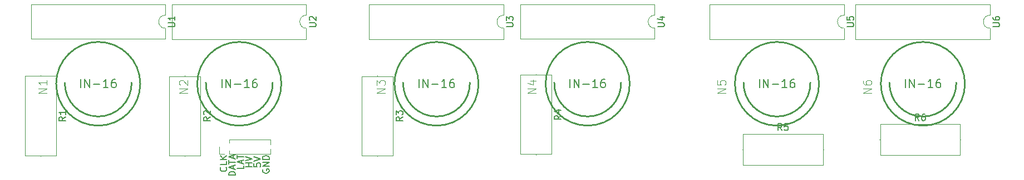
<source format=gbr>
%TF.GenerationSoftware,KiCad,Pcbnew,(6.0.6)*%
%TF.CreationDate,2023-12-25T11:13:00+01:00*%
%TF.ProjectId,nixieClockPCB,6e697869-6543-46c6-9f63-6b5043422e6b,rev?*%
%TF.SameCoordinates,Original*%
%TF.FileFunction,Legend,Top*%
%TF.FilePolarity,Positive*%
%FSLAX46Y46*%
G04 Gerber Fmt 4.6, Leading zero omitted, Abs format (unit mm)*
G04 Created by KiCad (PCBNEW (6.0.6)) date 2023-12-25 11:13:00*
%MOMM*%
%LPD*%
G01*
G04 APERTURE LIST*
%ADD10C,0.150000*%
%ADD11C,0.101600*%
%ADD12C,0.120000*%
%ADD13C,0.254000*%
G04 APERTURE END LIST*
D10*
X46907142Y-45545238D02*
X46954761Y-45592857D01*
X47002380Y-45735714D01*
X47002380Y-45830952D01*
X46954761Y-45973809D01*
X46859523Y-46069047D01*
X46764285Y-46116666D01*
X46573809Y-46164285D01*
X46430952Y-46164285D01*
X46240476Y-46116666D01*
X46145238Y-46069047D01*
X46050000Y-45973809D01*
X46002380Y-45830952D01*
X46002380Y-45735714D01*
X46050000Y-45592857D01*
X46097619Y-45545238D01*
X47002380Y-44640476D02*
X47002380Y-45116666D01*
X46002380Y-45116666D01*
X47002380Y-44307142D02*
X46002380Y-44307142D01*
X47002380Y-43735714D02*
X46430952Y-44164285D01*
X46002380Y-43735714D02*
X46573809Y-44307142D01*
X48302380Y-46750000D02*
X47302380Y-46750000D01*
X47302380Y-46511904D01*
X47350000Y-46369047D01*
X47445238Y-46273809D01*
X47540476Y-46226190D01*
X47730952Y-46178571D01*
X47873809Y-46178571D01*
X48064285Y-46226190D01*
X48159523Y-46273809D01*
X48254761Y-46369047D01*
X48302380Y-46511904D01*
X48302380Y-46750000D01*
X48016666Y-45797619D02*
X48016666Y-45321428D01*
X48302380Y-45892857D02*
X47302380Y-45559523D01*
X48302380Y-45226190D01*
X47302380Y-45035714D02*
X47302380Y-44464285D01*
X48302380Y-44750000D02*
X47302380Y-44750000D01*
X48016666Y-44178571D02*
X48016666Y-43702380D01*
X48302380Y-44273809D02*
X47302380Y-43940476D01*
X48302380Y-43607142D01*
X49552380Y-45250000D02*
X49552380Y-45726190D01*
X48552380Y-45726190D01*
X49266666Y-44964285D02*
X49266666Y-44488095D01*
X49552380Y-45059523D02*
X48552380Y-44726190D01*
X49552380Y-44392857D01*
X48552380Y-44202380D02*
X48552380Y-43630952D01*
X49552380Y-43916666D02*
X48552380Y-43916666D01*
X52500000Y-45861904D02*
X52452380Y-45957142D01*
X52452380Y-46100000D01*
X52500000Y-46242857D01*
X52595238Y-46338095D01*
X52690476Y-46385714D01*
X52880952Y-46433333D01*
X53023809Y-46433333D01*
X53214285Y-46385714D01*
X53309523Y-46338095D01*
X53404761Y-46242857D01*
X53452380Y-46100000D01*
X53452380Y-46004761D01*
X53404761Y-45861904D01*
X53357142Y-45814285D01*
X53023809Y-45814285D01*
X53023809Y-46004761D01*
X53452380Y-45385714D02*
X52452380Y-45385714D01*
X53452380Y-44814285D01*
X52452380Y-44814285D01*
X53452380Y-44338095D02*
X52452380Y-44338095D01*
X52452380Y-44100000D01*
X52500000Y-43957142D01*
X52595238Y-43861904D01*
X52690476Y-43814285D01*
X52880952Y-43766666D01*
X53023809Y-43766666D01*
X53214285Y-43814285D01*
X53309523Y-43861904D01*
X53404761Y-43957142D01*
X53452380Y-44100000D01*
X53452380Y-44338095D01*
X51152380Y-44940476D02*
X51152380Y-45416666D01*
X51628571Y-45464285D01*
X51580952Y-45416666D01*
X51533333Y-45321428D01*
X51533333Y-45083333D01*
X51580952Y-44988095D01*
X51628571Y-44940476D01*
X51723809Y-44892857D01*
X51961904Y-44892857D01*
X52057142Y-44940476D01*
X52104761Y-44988095D01*
X52152380Y-45083333D01*
X52152380Y-45321428D01*
X52104761Y-45416666D01*
X52057142Y-45464285D01*
X51152380Y-44607142D02*
X52152380Y-44273809D01*
X51152380Y-43940476D01*
X50852380Y-45464285D02*
X49852380Y-45464285D01*
X50328571Y-45464285D02*
X50328571Y-44892857D01*
X50852380Y-44892857D02*
X49852380Y-44892857D01*
X49852380Y-44559523D02*
X50852380Y-44226190D01*
X49852380Y-43892857D01*
%TO.C,R2*%
X44472380Y-37866666D02*
X43996190Y-38200000D01*
X44472380Y-38438095D02*
X43472380Y-38438095D01*
X43472380Y-38057142D01*
X43520000Y-37961904D01*
X43567619Y-37914285D01*
X43662857Y-37866666D01*
X43805714Y-37866666D01*
X43900952Y-37914285D01*
X43948571Y-37961904D01*
X43996190Y-38057142D01*
X43996190Y-38438095D01*
X43567619Y-37485714D02*
X43520000Y-37438095D01*
X43472380Y-37342857D01*
X43472380Y-37104761D01*
X43520000Y-37009523D01*
X43567619Y-36961904D01*
X43662857Y-36914285D01*
X43758095Y-36914285D01*
X43900952Y-36961904D01*
X44472380Y-37533333D01*
X44472380Y-36914285D01*
%TO.C,R3*%
X73772380Y-37866666D02*
X73296190Y-38200000D01*
X73772380Y-38438095D02*
X72772380Y-38438095D01*
X72772380Y-38057142D01*
X72820000Y-37961904D01*
X72867619Y-37914285D01*
X72962857Y-37866666D01*
X73105714Y-37866666D01*
X73200952Y-37914285D01*
X73248571Y-37961904D01*
X73296190Y-38057142D01*
X73296190Y-38438095D01*
X72772380Y-37533333D02*
X72772380Y-36914285D01*
X73153333Y-37247619D01*
X73153333Y-37104761D01*
X73200952Y-37009523D01*
X73248571Y-36961904D01*
X73343809Y-36914285D01*
X73581904Y-36914285D01*
X73677142Y-36961904D01*
X73724761Y-37009523D01*
X73772380Y-37104761D01*
X73772380Y-37390476D01*
X73724761Y-37485714D01*
X73677142Y-37533333D01*
D11*
%TO.C,N6*%
X145072532Y-34217110D02*
X143802532Y-34217110D01*
X145072532Y-33491395D01*
X143802532Y-33491395D01*
X143802532Y-32342348D02*
X143802532Y-32584252D01*
X143863009Y-32705205D01*
X143923485Y-32765681D01*
X144104913Y-32886633D01*
X144346818Y-32947110D01*
X144830628Y-32947110D01*
X144951580Y-32886633D01*
X145012056Y-32826157D01*
X145072532Y-32705205D01*
X145072532Y-32463300D01*
X145012056Y-32342348D01*
X144951580Y-32281871D01*
X144830628Y-32221395D01*
X144528247Y-32221395D01*
X144407294Y-32281871D01*
X144346818Y-32342348D01*
X144286342Y-32463300D01*
X144286342Y-32705205D01*
X144346818Y-32826157D01*
X144407294Y-32886633D01*
X144528247Y-32947110D01*
D10*
X150249536Y-33349034D02*
X150249536Y-32079034D01*
X150854298Y-33349034D02*
X150854298Y-32079034D01*
X151580012Y-33349034D01*
X151580012Y-32079034D01*
X152184774Y-32865225D02*
X153152393Y-32865225D01*
X154422393Y-33349034D02*
X153696679Y-33349034D01*
X154059536Y-33349034D02*
X154059536Y-32079034D01*
X153938584Y-32260463D01*
X153817631Y-32381415D01*
X153696679Y-32441891D01*
X155510965Y-32079034D02*
X155269060Y-32079034D01*
X155148108Y-32139511D01*
X155087631Y-32199987D01*
X154966679Y-32381415D01*
X154906203Y-32623320D01*
X154906203Y-33107130D01*
X154966679Y-33228082D01*
X155027155Y-33288558D01*
X155148108Y-33349034D01*
X155390012Y-33349034D01*
X155510965Y-33288558D01*
X155571441Y-33228082D01*
X155631917Y-33107130D01*
X155631917Y-32804749D01*
X155571441Y-32683796D01*
X155510965Y-32623320D01*
X155390012Y-32562844D01*
X155148108Y-32562844D01*
X155027155Y-32623320D01*
X154966679Y-32683796D01*
X154906203Y-32804749D01*
%TO.C,U5*%
X141367869Y-24046415D02*
X142177393Y-24046415D01*
X142272631Y-23998796D01*
X142320250Y-23951177D01*
X142367869Y-23855939D01*
X142367869Y-23665463D01*
X142320250Y-23570225D01*
X142272631Y-23522606D01*
X142177393Y-23474987D01*
X141367869Y-23474987D01*
X141367869Y-22522606D02*
X141367869Y-22998796D01*
X141844060Y-23046415D01*
X141796441Y-22998796D01*
X141748822Y-22903558D01*
X141748822Y-22665463D01*
X141796441Y-22570225D01*
X141844060Y-22522606D01*
X141939298Y-22474987D01*
X142177393Y-22474987D01*
X142272631Y-22522606D01*
X142320250Y-22570225D01*
X142367869Y-22665463D01*
X142367869Y-22903558D01*
X142320250Y-22998796D01*
X142272631Y-23046415D01*
%TO.C,R4*%
X97872380Y-37636666D02*
X97396190Y-37970000D01*
X97872380Y-38208095D02*
X96872380Y-38208095D01*
X96872380Y-37827142D01*
X96920000Y-37731904D01*
X96967619Y-37684285D01*
X97062857Y-37636666D01*
X97205714Y-37636666D01*
X97300952Y-37684285D01*
X97348571Y-37731904D01*
X97396190Y-37827142D01*
X97396190Y-38208095D01*
X97205714Y-36779523D02*
X97872380Y-36779523D01*
X96824761Y-37017619D02*
X97539047Y-37255714D01*
X97539047Y-36636666D01*
D11*
%TO.C,N3*%
X71072532Y-34217110D02*
X69802532Y-34217110D01*
X71072532Y-33491395D01*
X69802532Y-33491395D01*
X69802532Y-33007586D02*
X69802532Y-32221395D01*
X70286342Y-32644729D01*
X70286342Y-32463300D01*
X70346818Y-32342348D01*
X70407294Y-32281871D01*
X70528247Y-32221395D01*
X70830628Y-32221395D01*
X70951580Y-32281871D01*
X71012056Y-32342348D01*
X71072532Y-32463300D01*
X71072532Y-32826157D01*
X71012056Y-32947110D01*
X70951580Y-33007586D01*
D10*
X76249536Y-33349034D02*
X76249536Y-32079034D01*
X76854298Y-33349034D02*
X76854298Y-32079034D01*
X77580012Y-33349034D01*
X77580012Y-32079034D01*
X78184774Y-32865225D02*
X79152393Y-32865225D01*
X80422393Y-33349034D02*
X79696679Y-33349034D01*
X80059536Y-33349034D02*
X80059536Y-32079034D01*
X79938584Y-32260463D01*
X79817631Y-32381415D01*
X79696679Y-32441891D01*
X81510965Y-32079034D02*
X81269060Y-32079034D01*
X81148108Y-32139511D01*
X81087631Y-32199987D01*
X80966679Y-32381415D01*
X80906203Y-32623320D01*
X80906203Y-33107130D01*
X80966679Y-33228082D01*
X81027155Y-33288558D01*
X81148108Y-33349034D01*
X81390012Y-33349034D01*
X81510965Y-33288558D01*
X81571441Y-33228082D01*
X81631917Y-33107130D01*
X81631917Y-32804749D01*
X81571441Y-32683796D01*
X81510965Y-32623320D01*
X81390012Y-32562844D01*
X81148108Y-32562844D01*
X81027155Y-32623320D01*
X80966679Y-32683796D01*
X80906203Y-32804749D01*
D11*
%TO.C,N4*%
X94072532Y-34212839D02*
X92802532Y-34212839D01*
X94072532Y-33487124D01*
X92802532Y-33487124D01*
X93225866Y-32338077D02*
X94072532Y-32338077D01*
X92742056Y-32640458D02*
X93649199Y-32942839D01*
X93649199Y-32156648D01*
D10*
X99249536Y-33344763D02*
X99249536Y-32074763D01*
X99854298Y-33344763D02*
X99854298Y-32074763D01*
X100580012Y-33344763D01*
X100580012Y-32074763D01*
X101184774Y-32860954D02*
X102152393Y-32860954D01*
X103422393Y-33344763D02*
X102696679Y-33344763D01*
X103059536Y-33344763D02*
X103059536Y-32074763D01*
X102938584Y-32256192D01*
X102817631Y-32377144D01*
X102696679Y-32437620D01*
X104510965Y-32074763D02*
X104269060Y-32074763D01*
X104148108Y-32135240D01*
X104087631Y-32195716D01*
X103966679Y-32377144D01*
X103906203Y-32619049D01*
X103906203Y-33102859D01*
X103966679Y-33223811D01*
X104027155Y-33284287D01*
X104148108Y-33344763D01*
X104390012Y-33344763D01*
X104510965Y-33284287D01*
X104571441Y-33223811D01*
X104631917Y-33102859D01*
X104631917Y-32800478D01*
X104571441Y-32679525D01*
X104510965Y-32619049D01*
X104390012Y-32558573D01*
X104148108Y-32558573D01*
X104027155Y-32619049D01*
X103966679Y-32679525D01*
X103906203Y-32800478D01*
%TO.C,U4*%
X112567869Y-24042144D02*
X113377393Y-24042144D01*
X113472631Y-23994525D01*
X113520250Y-23946906D01*
X113567869Y-23851668D01*
X113567869Y-23661192D01*
X113520250Y-23565954D01*
X113472631Y-23518335D01*
X113377393Y-23470716D01*
X112567869Y-23470716D01*
X112901203Y-22565954D02*
X113567869Y-22565954D01*
X112520250Y-22804049D02*
X113234536Y-23042144D01*
X113234536Y-22423097D01*
%TO.C,U3*%
X89567869Y-24046415D02*
X90377393Y-24046415D01*
X90472631Y-23998796D01*
X90520250Y-23951177D01*
X90567869Y-23855939D01*
X90567869Y-23665463D01*
X90520250Y-23570225D01*
X90472631Y-23522606D01*
X90377393Y-23474987D01*
X89567869Y-23474987D01*
X89567869Y-23094034D02*
X89567869Y-22474987D01*
X89948822Y-22808320D01*
X89948822Y-22665463D01*
X89996441Y-22570225D01*
X90044060Y-22522606D01*
X90139298Y-22474987D01*
X90377393Y-22474987D01*
X90472631Y-22522606D01*
X90520250Y-22570225D01*
X90567869Y-22665463D01*
X90567869Y-22951177D01*
X90520250Y-23046415D01*
X90472631Y-23094034D01*
%TO.C,U2*%
X59567869Y-24046415D02*
X60377393Y-24046415D01*
X60472631Y-23998796D01*
X60520250Y-23951177D01*
X60567869Y-23855939D01*
X60567869Y-23665463D01*
X60520250Y-23570225D01*
X60472631Y-23522606D01*
X60377393Y-23474987D01*
X59567869Y-23474987D01*
X59663108Y-23046415D02*
X59615489Y-22998796D01*
X59567869Y-22903558D01*
X59567869Y-22665463D01*
X59615489Y-22570225D01*
X59663108Y-22522606D01*
X59758346Y-22474987D01*
X59853584Y-22474987D01*
X59996441Y-22522606D01*
X60567869Y-23094034D01*
X60567869Y-22474987D01*
%TO.C,U1*%
X38107380Y-24042144D02*
X38916904Y-24042144D01*
X39012142Y-23994525D01*
X39059761Y-23946906D01*
X39107380Y-23851668D01*
X39107380Y-23661192D01*
X39059761Y-23565954D01*
X39012142Y-23518335D01*
X38916904Y-23470716D01*
X38107380Y-23470716D01*
X39107380Y-22470716D02*
X39107380Y-23042144D01*
X39107380Y-22756430D02*
X38107380Y-22756430D01*
X38250238Y-22851668D01*
X38345476Y-22946906D01*
X38393095Y-23042144D01*
%TO.C,R1*%
X22472380Y-37836666D02*
X21996190Y-38170000D01*
X22472380Y-38408095D02*
X21472380Y-38408095D01*
X21472380Y-38027142D01*
X21520000Y-37931904D01*
X21567619Y-37884285D01*
X21662857Y-37836666D01*
X21805714Y-37836666D01*
X21900952Y-37884285D01*
X21948571Y-37931904D01*
X21996190Y-38027142D01*
X21996190Y-38408095D01*
X22472380Y-36884285D02*
X22472380Y-37455714D01*
X22472380Y-37170000D02*
X21472380Y-37170000D01*
X21615238Y-37265238D01*
X21710476Y-37360476D01*
X21758095Y-37455714D01*
%TO.C,U6*%
X163567869Y-24046415D02*
X164377393Y-24046415D01*
X164472631Y-23998796D01*
X164520250Y-23951177D01*
X164567869Y-23855939D01*
X164567869Y-23665463D01*
X164520250Y-23570225D01*
X164472631Y-23522606D01*
X164377393Y-23474987D01*
X163567869Y-23474987D01*
X163567869Y-22570225D02*
X163567869Y-22760701D01*
X163615489Y-22855939D01*
X163663108Y-22903558D01*
X163805965Y-22998796D01*
X163996441Y-23046415D01*
X164377393Y-23046415D01*
X164472631Y-22998796D01*
X164520250Y-22951177D01*
X164567869Y-22855939D01*
X164567869Y-22665463D01*
X164520250Y-22570225D01*
X164472631Y-22522606D01*
X164377393Y-22474987D01*
X164139298Y-22474987D01*
X164044060Y-22522606D01*
X163996441Y-22570225D01*
X163948822Y-22665463D01*
X163948822Y-22855939D01*
X163996441Y-22951177D01*
X164044060Y-22998796D01*
X164139298Y-23046415D01*
D11*
%TO.C,N1*%
X19612043Y-34212839D02*
X18342043Y-34212839D01*
X19612043Y-33487124D01*
X18342043Y-33487124D01*
X19612043Y-32217124D02*
X19612043Y-32942839D01*
X19612043Y-32579981D02*
X18342043Y-32579981D01*
X18523472Y-32700934D01*
X18644424Y-32821886D01*
X18704900Y-32942839D01*
D10*
X24789047Y-33344763D02*
X24789047Y-32074763D01*
X25393809Y-33344763D02*
X25393809Y-32074763D01*
X26119523Y-33344763D01*
X26119523Y-32074763D01*
X26724285Y-32860954D02*
X27691904Y-32860954D01*
X28961904Y-33344763D02*
X28236190Y-33344763D01*
X28599047Y-33344763D02*
X28599047Y-32074763D01*
X28478095Y-32256192D01*
X28357142Y-32377144D01*
X28236190Y-32437620D01*
X30050476Y-32074763D02*
X29808571Y-32074763D01*
X29687619Y-32135240D01*
X29627142Y-32195716D01*
X29506190Y-32377144D01*
X29445714Y-32619049D01*
X29445714Y-33102859D01*
X29506190Y-33223811D01*
X29566666Y-33284287D01*
X29687619Y-33344763D01*
X29929523Y-33344763D01*
X30050476Y-33284287D01*
X30110952Y-33223811D01*
X30171428Y-33102859D01*
X30171428Y-32800478D01*
X30110952Y-32679525D01*
X30050476Y-32619049D01*
X29929523Y-32558573D01*
X29687619Y-32558573D01*
X29566666Y-32619049D01*
X29506190Y-32679525D01*
X29445714Y-32800478D01*
%TO.C,R6*%
X152333333Y-38382380D02*
X152000000Y-37906190D01*
X151761904Y-38382380D02*
X151761904Y-37382380D01*
X152142857Y-37382380D01*
X152238095Y-37430000D01*
X152285714Y-37477619D01*
X152333333Y-37572857D01*
X152333333Y-37715714D01*
X152285714Y-37810952D01*
X152238095Y-37858571D01*
X152142857Y-37906190D01*
X151761904Y-37906190D01*
X153190476Y-37382380D02*
X153000000Y-37382380D01*
X152904761Y-37430000D01*
X152857142Y-37477619D01*
X152761904Y-37620476D01*
X152714285Y-37810952D01*
X152714285Y-38191904D01*
X152761904Y-38287142D01*
X152809523Y-38334761D01*
X152904761Y-38382380D01*
X153095238Y-38382380D01*
X153190476Y-38334761D01*
X153238095Y-38287142D01*
X153285714Y-38191904D01*
X153285714Y-37953809D01*
X153238095Y-37858571D01*
X153190476Y-37810952D01*
X153095238Y-37763333D01*
X152904761Y-37763333D01*
X152809523Y-37810952D01*
X152761904Y-37858571D01*
X152714285Y-37953809D01*
%TO.C,R5*%
X131453333Y-39882380D02*
X131120000Y-39406190D01*
X130881904Y-39882380D02*
X130881904Y-38882380D01*
X131262857Y-38882380D01*
X131358095Y-38930000D01*
X131405714Y-38977619D01*
X131453333Y-39072857D01*
X131453333Y-39215714D01*
X131405714Y-39310952D01*
X131358095Y-39358571D01*
X131262857Y-39406190D01*
X130881904Y-39406190D01*
X132358095Y-38882380D02*
X131881904Y-38882380D01*
X131834285Y-39358571D01*
X131881904Y-39310952D01*
X131977142Y-39263333D01*
X132215238Y-39263333D01*
X132310476Y-39310952D01*
X132358095Y-39358571D01*
X132405714Y-39453809D01*
X132405714Y-39691904D01*
X132358095Y-39787142D01*
X132310476Y-39834761D01*
X132215238Y-39882380D01*
X131977142Y-39882380D01*
X131881904Y-39834761D01*
X131834285Y-39787142D01*
D11*
%TO.C,N2*%
X41072532Y-34217110D02*
X39802532Y-34217110D01*
X41072532Y-33491395D01*
X39802532Y-33491395D01*
X39923485Y-32947110D02*
X39863009Y-32886633D01*
X39802532Y-32765681D01*
X39802532Y-32463300D01*
X39863009Y-32342348D01*
X39923485Y-32281871D01*
X40044437Y-32221395D01*
X40165389Y-32221395D01*
X40346818Y-32281871D01*
X41072532Y-33007586D01*
X41072532Y-32221395D01*
D10*
X46249536Y-33349034D02*
X46249536Y-32079034D01*
X46854298Y-33349034D02*
X46854298Y-32079034D01*
X47580012Y-33349034D01*
X47580012Y-32079034D01*
X48184774Y-32865225D02*
X49152393Y-32865225D01*
X50422393Y-33349034D02*
X49696679Y-33349034D01*
X50059536Y-33349034D02*
X50059536Y-32079034D01*
X49938584Y-32260463D01*
X49817631Y-32381415D01*
X49696679Y-32441891D01*
X51510965Y-32079034D02*
X51269060Y-32079034D01*
X51148108Y-32139511D01*
X51087631Y-32199987D01*
X50966679Y-32381415D01*
X50906203Y-32623320D01*
X50906203Y-33107130D01*
X50966679Y-33228082D01*
X51027155Y-33288558D01*
X51148108Y-33349034D01*
X51390012Y-33349034D01*
X51510965Y-33288558D01*
X51571441Y-33228082D01*
X51631917Y-33107130D01*
X51631917Y-32804749D01*
X51571441Y-32683796D01*
X51510965Y-32623320D01*
X51390012Y-32562844D01*
X51148108Y-32562844D01*
X51027155Y-32623320D01*
X50966679Y-32683796D01*
X50906203Y-32804749D01*
D11*
%TO.C,N5*%
X122872532Y-34217110D02*
X121602532Y-34217110D01*
X122872532Y-33491395D01*
X121602532Y-33491395D01*
X121602532Y-32281871D02*
X121602532Y-32886633D01*
X122207294Y-32947110D01*
X122146818Y-32886633D01*
X122086342Y-32765681D01*
X122086342Y-32463300D01*
X122146818Y-32342348D01*
X122207294Y-32281871D01*
X122328247Y-32221395D01*
X122630628Y-32221395D01*
X122751580Y-32281871D01*
X122812056Y-32342348D01*
X122872532Y-32463300D01*
X122872532Y-32765681D01*
X122812056Y-32886633D01*
X122751580Y-32947110D01*
D10*
X128049536Y-33349034D02*
X128049536Y-32079034D01*
X128654298Y-33349034D02*
X128654298Y-32079034D01*
X129380012Y-33349034D01*
X129380012Y-32079034D01*
X129984774Y-32865225D02*
X130952393Y-32865225D01*
X132222393Y-33349034D02*
X131496679Y-33349034D01*
X131859536Y-33349034D02*
X131859536Y-32079034D01*
X131738584Y-32260463D01*
X131617631Y-32381415D01*
X131496679Y-32441891D01*
X133310965Y-32079034D02*
X133069060Y-32079034D01*
X132948108Y-32139511D01*
X132887631Y-32199987D01*
X132766679Y-32381415D01*
X132706203Y-32623320D01*
X132706203Y-33107130D01*
X132766679Y-33228082D01*
X132827155Y-33288558D01*
X132948108Y-33349034D01*
X133190012Y-33349034D01*
X133310965Y-33288558D01*
X133371441Y-33228082D01*
X133431917Y-33107130D01*
X133431917Y-32804749D01*
X133371441Y-32683796D01*
X133310965Y-32623320D01*
X133190012Y-32562844D01*
X132948108Y-32562844D01*
X132827155Y-32623320D01*
X132766679Y-32683796D01*
X132706203Y-32804749D01*
D12*
%TO.C,R2*%
X43020000Y-43770000D02*
X43020000Y-31630000D01*
X40650000Y-31520000D02*
X40650000Y-31630000D01*
X43020000Y-31630000D02*
X38280000Y-31630000D01*
X38280000Y-31630000D02*
X38280000Y-43770000D01*
X38280000Y-43770000D02*
X43020000Y-43770000D01*
X40650000Y-43880000D02*
X40650000Y-43770000D01*
%TO.C,J1*%
X47350000Y-43510000D02*
X53635000Y-43510000D01*
X47350000Y-41290000D02*
X53635000Y-41290000D01*
X47350000Y-43510000D02*
X47350000Y-42963471D01*
X47350000Y-41836529D02*
X47350000Y-41290000D01*
X53635000Y-42092470D02*
X53635000Y-41290000D01*
X46590000Y-43510000D02*
X45830000Y-43510000D01*
X53635000Y-43510000D02*
X53635000Y-42707530D01*
X45830000Y-43510000D02*
X45830000Y-42400000D01*
%TO.C,R3*%
X72320000Y-31630000D02*
X67580000Y-31630000D01*
X69950000Y-31520000D02*
X69950000Y-31630000D01*
X72320000Y-43770000D02*
X72320000Y-31630000D01*
X69950000Y-43880000D02*
X69950000Y-43770000D01*
X67580000Y-43770000D02*
X72320000Y-43770000D01*
X67580000Y-31630000D02*
X67580000Y-43770000D01*
D13*
%TO.C,N6*%
X147830389Y-32623772D02*
G75*
G03*
X157990489Y-32617031I5080100J-71999D01*
G01*
X159308749Y-32774511D02*
G75*
G03*
X159308749Y-32774511I-6398260J0D01*
G01*
D12*
%TO.C,U5*%
X140915489Y-22284511D02*
X140915489Y-20634511D01*
X140915489Y-20634511D02*
X120475489Y-20634511D01*
X120475489Y-20634511D02*
X120475489Y-25934511D01*
X120475489Y-25934511D02*
X140915489Y-25934511D01*
X140915489Y-25934511D02*
X140915489Y-24284511D01*
X140915489Y-22284511D02*
G75*
G03*
X140915489Y-24284511I0J-1000000D01*
G01*
%TO.C,R4*%
X91680000Y-31400000D02*
X91680000Y-43540000D01*
X91680000Y-43540000D02*
X96420000Y-43540000D01*
X96420000Y-31400000D02*
X91680000Y-31400000D01*
X94050000Y-43650000D02*
X94050000Y-43540000D01*
X96420000Y-43540000D02*
X96420000Y-31400000D01*
X94050000Y-31290000D02*
X94050000Y-31400000D01*
D13*
%TO.C,N3*%
X73830389Y-32623772D02*
G75*
G03*
X83990489Y-32617031I5080100J-71999D01*
G01*
X85308749Y-32774511D02*
G75*
G03*
X85308749Y-32774511I-6398260J0D01*
G01*
%TO.C,N4*%
X96830389Y-32619501D02*
G75*
G03*
X106990489Y-32612760I5080100J-71999D01*
G01*
X108308749Y-32770240D02*
G75*
G03*
X108308749Y-32770240I-6398260J0D01*
G01*
D12*
%TO.C,U4*%
X112115489Y-25930240D02*
X112115489Y-24280240D01*
X112115489Y-22280240D02*
X112115489Y-20630240D01*
X112115489Y-20630240D02*
X91675489Y-20630240D01*
X91675489Y-25930240D02*
X112115489Y-25930240D01*
X91675489Y-20630240D02*
X91675489Y-25930240D01*
X112115489Y-22280240D02*
G75*
G03*
X112115489Y-24280240I0J-1000000D01*
G01*
%TO.C,U3*%
X89115489Y-20634511D02*
X68675489Y-20634511D01*
X89115489Y-25934511D02*
X89115489Y-24284511D01*
X68675489Y-25934511D02*
X89115489Y-25934511D01*
X89115489Y-22284511D02*
X89115489Y-20634511D01*
X68675489Y-20634511D02*
X68675489Y-25934511D01*
X89115489Y-22284511D02*
G75*
G03*
X89115489Y-24284511I0J-1000000D01*
G01*
%TO.C,U2*%
X59115489Y-20634511D02*
X38675489Y-20634511D01*
X38675489Y-20634511D02*
X38675489Y-25934511D01*
X59115489Y-25934511D02*
X59115489Y-24284511D01*
X38675489Y-25934511D02*
X59115489Y-25934511D01*
X59115489Y-22284511D02*
X59115489Y-20634511D01*
X59115489Y-22284511D02*
G75*
G03*
X59115489Y-24284511I0J-1000000D01*
G01*
%TO.C,U1*%
X17215000Y-25930240D02*
X37655000Y-25930240D01*
X37655000Y-22280240D02*
X37655000Y-20630240D01*
X37655000Y-25930240D02*
X37655000Y-24280240D01*
X17215000Y-20630240D02*
X17215000Y-25930240D01*
X37655000Y-20630240D02*
X17215000Y-20630240D01*
X37655000Y-22280240D02*
G75*
G03*
X37655000Y-24280240I0J-1000000D01*
G01*
%TO.C,R1*%
X21020000Y-43740000D02*
X21020000Y-31600000D01*
X16280000Y-31600000D02*
X16280000Y-43740000D01*
X18650000Y-31490000D02*
X18650000Y-31600000D01*
X21020000Y-31600000D02*
X16280000Y-31600000D01*
X16280000Y-43740000D02*
X21020000Y-43740000D01*
X18650000Y-43850000D02*
X18650000Y-43740000D01*
%TO.C,U6*%
X163115489Y-22284511D02*
X163115489Y-20634511D01*
X142675489Y-25934511D02*
X163115489Y-25934511D01*
X142675489Y-20634511D02*
X142675489Y-25934511D01*
X163115489Y-20634511D02*
X142675489Y-20634511D01*
X163115489Y-25934511D02*
X163115489Y-24284511D01*
X163115489Y-22284511D02*
G75*
G03*
X163115489Y-24284511I0J-1000000D01*
G01*
D13*
%TO.C,N1*%
X22369900Y-32619501D02*
G75*
G03*
X32530000Y-32612760I5080100J-71999D01*
G01*
X33848260Y-32770240D02*
G75*
G03*
X33848260Y-32770240I-6398260J0D01*
G01*
D12*
%TO.C,R6*%
X146430000Y-43670000D02*
X158570000Y-43670000D01*
X158680000Y-41300000D02*
X158570000Y-41300000D01*
X158570000Y-38930000D02*
X146430000Y-38930000D01*
X146430000Y-38930000D02*
X146430000Y-43670000D01*
X158570000Y-43670000D02*
X158570000Y-38930000D01*
X146320000Y-41300000D02*
X146430000Y-41300000D01*
%TO.C,R5*%
X137690000Y-45170000D02*
X137690000Y-40430000D01*
X125440000Y-42800000D02*
X125550000Y-42800000D01*
X125550000Y-40430000D02*
X125550000Y-45170000D01*
X125550000Y-45170000D02*
X137690000Y-45170000D01*
X137690000Y-40430000D02*
X125550000Y-40430000D01*
X137800000Y-42800000D02*
X137690000Y-42800000D01*
D13*
%TO.C,N2*%
X43830389Y-32623772D02*
G75*
G03*
X53990489Y-32617031I5080100J-71999D01*
G01*
X55308749Y-32774511D02*
G75*
G03*
X55308749Y-32774511I-6398260J0D01*
G01*
%TO.C,N5*%
X125630389Y-32623772D02*
G75*
G03*
X135790489Y-32617031I5080100J-71999D01*
G01*
X137108749Y-32774511D02*
G75*
G03*
X137108749Y-32774511I-6398260J0D01*
G01*
%TD*%
M02*

</source>
